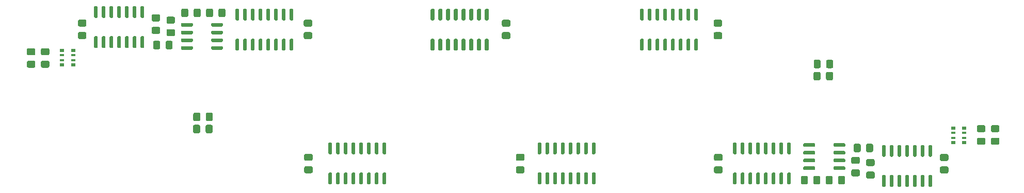
<source format=gbr>
G04 #@! TF.GenerationSoftware,KiCad,Pcbnew,5.1.6+dfsg1-1~bpo10+1*
G04 #@! TF.CreationDate,2020-08-19T09:24:56+03:00*
G04 #@! TF.ProjectId,CompactBeamspringP2,436f6d70-6163-4744-9265-616d73707269,0.0.3*
G04 #@! TF.SameCoordinates,PX67aa160PY86cd470*
G04 #@! TF.FileFunction,Paste,Bot*
G04 #@! TF.FilePolarity,Positive*
%FSLAX46Y46*%
G04 Gerber Fmt 4.6, Leading zero omitted, Abs format (unit mm)*
G04 Created by KiCad (PCBNEW 5.1.6+dfsg1-1~bpo10+1) date 2020-08-19 09:24:56*
%MOMM*%
%LPD*%
G01*
G04 APERTURE LIST*
%ADD10R,0.800000X0.500000*%
%ADD11R,0.800000X0.400000*%
G04 APERTURE END LIST*
G36*
G01*
X30675000Y10799999D02*
X30675000Y11700001D01*
G75*
G02*
X30924999Y11950000I249999J0D01*
G01*
X31575001Y11950000D01*
G75*
G02*
X31825000Y11700001I0J-249999D01*
G01*
X31825000Y10799999D01*
G75*
G02*
X31575001Y10550000I-249999J0D01*
G01*
X30924999Y10550000D01*
G75*
G02*
X30675000Y10799999I0J249999D01*
G01*
G37*
G36*
G01*
X28625000Y10799999D02*
X28625000Y11700001D01*
G75*
G02*
X28874999Y11950000I249999J0D01*
G01*
X29525001Y11950000D01*
G75*
G02*
X29775000Y11700001I0J-249999D01*
G01*
X29775000Y10799999D01*
G75*
G02*
X29525001Y10550000I-249999J0D01*
G01*
X28874999Y10550000D01*
G75*
G02*
X28625000Y10799999I0J249999D01*
G01*
G37*
G36*
G01*
X29800000Y13700001D02*
X29800000Y12799999D01*
G75*
G02*
X29550001Y12550000I-249999J0D01*
G01*
X28899999Y12550000D01*
G75*
G02*
X28650000Y12799999I0J249999D01*
G01*
X28650000Y13700001D01*
G75*
G02*
X28899999Y13950000I249999J0D01*
G01*
X29550001Y13950000D01*
G75*
G02*
X29800000Y13700001I0J-249999D01*
G01*
G37*
G36*
G01*
X31850000Y13700001D02*
X31850000Y12799999D01*
G75*
G02*
X31600001Y12550000I-249999J0D01*
G01*
X30949999Y12550000D01*
G75*
G02*
X30700000Y12799999I0J249999D01*
G01*
X30700000Y13700001D01*
G75*
G02*
X30949999Y13950000I249999J0D01*
G01*
X31600001Y13950000D01*
G75*
G02*
X31850000Y13700001I0J-249999D01*
G01*
G37*
G36*
G01*
X139282959Y4247480D02*
X140182961Y4247480D01*
G75*
G02*
X140432960Y3997481I0J-249999D01*
G01*
X140432960Y3347479D01*
G75*
G02*
X140182961Y3097480I-249999J0D01*
G01*
X139282959Y3097480D01*
G75*
G02*
X139032960Y3347479I0J249999D01*
G01*
X139032960Y3997481D01*
G75*
G02*
X139282959Y4247480I249999J0D01*
G01*
G37*
G36*
G01*
X139282959Y6297480D02*
X140182961Y6297480D01*
G75*
G02*
X140432960Y6047481I0J-249999D01*
G01*
X140432960Y5397479D01*
G75*
G02*
X140182961Y5147480I-249999J0D01*
G01*
X139282959Y5147480D01*
G75*
G02*
X139032960Y5397479I0J249999D01*
G01*
X139032960Y6047481D01*
G75*
G02*
X139282959Y6297480I249999J0D01*
G01*
G37*
G36*
G01*
X133527320Y3290741D02*
X133527320Y2390739D01*
G75*
G02*
X133277321Y2140740I-249999J0D01*
G01*
X132627319Y2140740D01*
G75*
G02*
X132377320Y2390739I0J249999D01*
G01*
X132377320Y3290741D01*
G75*
G02*
X132627319Y3540740I249999J0D01*
G01*
X133277321Y3540740D01*
G75*
G02*
X133527320Y3290741I0J-249999D01*
G01*
G37*
G36*
G01*
X135577320Y3290741D02*
X135577320Y2390739D01*
G75*
G02*
X135327321Y2140740I-249999J0D01*
G01*
X134677319Y2140740D01*
G75*
G02*
X134427320Y2390739I0J249999D01*
G01*
X134427320Y3290741D01*
G75*
G02*
X134677319Y3540740I249999J0D01*
G01*
X135327321Y3540740D01*
G75*
G02*
X135577320Y3290741I0J-249999D01*
G01*
G37*
G36*
G01*
X137742021Y5518320D02*
X136842019Y5518320D01*
G75*
G02*
X136592020Y5768319I0J249999D01*
G01*
X136592020Y6418321D01*
G75*
G02*
X136842019Y6668320I249999J0D01*
G01*
X137742021Y6668320D01*
G75*
G02*
X137992020Y6418321I0J-249999D01*
G01*
X137992020Y5768319D01*
G75*
G02*
X137742021Y5518320I-249999J0D01*
G01*
G37*
G36*
G01*
X137742021Y3468320D02*
X136842019Y3468320D01*
G75*
G02*
X136592020Y3718319I0J249999D01*
G01*
X136592020Y4368321D01*
G75*
G02*
X136842019Y4618320I249999J0D01*
G01*
X137742021Y4618320D01*
G75*
G02*
X137992020Y4368321I0J-249999D01*
G01*
X137992020Y3718319D01*
G75*
G02*
X137742021Y3468320I-249999J0D01*
G01*
G37*
G36*
G01*
X160652821Y10722780D02*
X159752819Y10722780D01*
G75*
G02*
X159502820Y10972779I0J249999D01*
G01*
X159502820Y11622781D01*
G75*
G02*
X159752819Y11872780I249999J0D01*
G01*
X160652821Y11872780D01*
G75*
G02*
X160902820Y11622781I0J-249999D01*
G01*
X160902820Y10972779D01*
G75*
G02*
X160652821Y10722780I-249999J0D01*
G01*
G37*
G36*
G01*
X160652821Y8672780D02*
X159752819Y8672780D01*
G75*
G02*
X159502820Y8922779I0J249999D01*
G01*
X159502820Y9572781D01*
G75*
G02*
X159752819Y9822780I249999J0D01*
G01*
X160652821Y9822780D01*
G75*
G02*
X160902820Y9572781I0J-249999D01*
G01*
X160902820Y8922779D01*
G75*
G02*
X160652821Y8672780I-249999J0D01*
G01*
G37*
G36*
G01*
X158346501Y10716540D02*
X157446499Y10716540D01*
G75*
G02*
X157196500Y10966539I0J249999D01*
G01*
X157196500Y11616541D01*
G75*
G02*
X157446499Y11866540I249999J0D01*
G01*
X158346501Y11866540D01*
G75*
G02*
X158596500Y11616541I0J-249999D01*
G01*
X158596500Y10966539D01*
G75*
G02*
X158346501Y10716540I-249999J0D01*
G01*
G37*
G36*
G01*
X158346501Y8666540D02*
X157446499Y8666540D01*
G75*
G02*
X157196500Y8916539I0J249999D01*
G01*
X157196500Y9566541D01*
G75*
G02*
X157446499Y9816540I249999J0D01*
G01*
X158346501Y9816540D01*
G75*
G02*
X158596500Y9566541I0J-249999D01*
G01*
X158596500Y8916539D01*
G75*
G02*
X158346501Y8666540I-249999J0D01*
G01*
G37*
G36*
G01*
X139032340Y7681559D02*
X139032340Y8581561D01*
G75*
G02*
X139282339Y8831560I249999J0D01*
G01*
X139932341Y8831560D01*
G75*
G02*
X140182340Y8581561I0J-249999D01*
G01*
X140182340Y7681559D01*
G75*
G02*
X139932341Y7431560I-249999J0D01*
G01*
X139282339Y7431560D01*
G75*
G02*
X139032340Y7681559I0J249999D01*
G01*
G37*
G36*
G01*
X136982340Y7681559D02*
X136982340Y8581561D01*
G75*
G02*
X137232339Y8831560I249999J0D01*
G01*
X137882341Y8831560D01*
G75*
G02*
X138132340Y8581561I0J-249999D01*
G01*
X138132340Y7681559D01*
G75*
G02*
X137882341Y7431560I-249999J0D01*
G01*
X137232339Y7431560D01*
G75*
G02*
X136982340Y7681559I0J249999D01*
G01*
G37*
G36*
G01*
X114332539Y5116160D02*
X115232541Y5116160D01*
G75*
G02*
X115482540Y4866161I0J-249999D01*
G01*
X115482540Y4216159D01*
G75*
G02*
X115232541Y3966160I-249999J0D01*
G01*
X114332539Y3966160D01*
G75*
G02*
X114082540Y4216159I0J249999D01*
G01*
X114082540Y4866161D01*
G75*
G02*
X114332539Y5116160I249999J0D01*
G01*
G37*
G36*
G01*
X114332539Y7166160D02*
X115232541Y7166160D01*
G75*
G02*
X115482540Y6916161I0J-249999D01*
G01*
X115482540Y6266159D01*
G75*
G02*
X115232541Y6016160I-249999J0D01*
G01*
X114332539Y6016160D01*
G75*
G02*
X114082540Y6266159I0J249999D01*
G01*
X114082540Y6916161D01*
G75*
G02*
X114332539Y7166160I249999J0D01*
G01*
G37*
G36*
G01*
X81831719Y5116160D02*
X82731721Y5116160D01*
G75*
G02*
X82981720Y4866161I0J-249999D01*
G01*
X82981720Y4216159D01*
G75*
G02*
X82731721Y3966160I-249999J0D01*
G01*
X81831719Y3966160D01*
G75*
G02*
X81581720Y4216159I0J249999D01*
G01*
X81581720Y4866161D01*
G75*
G02*
X81831719Y5116160I249999J0D01*
G01*
G37*
G36*
G01*
X81831719Y7166160D02*
X82731721Y7166160D01*
G75*
G02*
X82981720Y6916161I0J-249999D01*
G01*
X82981720Y6266159D01*
G75*
G02*
X82731721Y6016160I-249999J0D01*
G01*
X81831719Y6016160D01*
G75*
G02*
X81581720Y6266159I0J249999D01*
G01*
X81581720Y6916161D01*
G75*
G02*
X81831719Y7166160I249999J0D01*
G01*
G37*
G36*
G01*
X152273361Y5988220D02*
X151373359Y5988220D01*
G75*
G02*
X151123360Y6238219I0J249999D01*
G01*
X151123360Y6888221D01*
G75*
G02*
X151373359Y7138220I249999J0D01*
G01*
X152273361Y7138220D01*
G75*
G02*
X152523360Y6888221I0J-249999D01*
G01*
X152523360Y6238219D01*
G75*
G02*
X152273361Y5988220I-249999J0D01*
G01*
G37*
G36*
G01*
X152273361Y3938220D02*
X151373359Y3938220D01*
G75*
G02*
X151123360Y4188219I0J249999D01*
G01*
X151123360Y4838221D01*
G75*
G02*
X151373359Y5088220I249999J0D01*
G01*
X152273361Y5088220D01*
G75*
G02*
X152523360Y4838221I0J-249999D01*
G01*
X152523360Y4188219D01*
G75*
G02*
X152273361Y3938220I-249999J0D01*
G01*
G37*
G36*
G01*
X47092139Y5116160D02*
X47992141Y5116160D01*
G75*
G02*
X48242140Y4866161I0J-249999D01*
G01*
X48242140Y4216159D01*
G75*
G02*
X47992141Y3966160I-249999J0D01*
G01*
X47092139Y3966160D01*
G75*
G02*
X46842140Y4216159I0J249999D01*
G01*
X46842140Y4866161D01*
G75*
G02*
X47092139Y5116160I249999J0D01*
G01*
G37*
G36*
G01*
X47092139Y7166160D02*
X47992141Y7166160D01*
G75*
G02*
X48242140Y6916161I0J-249999D01*
G01*
X48242140Y6266159D01*
G75*
G02*
X47992141Y6016160I-249999J0D01*
G01*
X47092139Y6016160D01*
G75*
G02*
X46842140Y6266159I0J249999D01*
G01*
X46842140Y6916161D01*
G75*
G02*
X47092139Y7166160I249999J0D01*
G01*
G37*
G36*
G01*
X129460780Y3290741D02*
X129460780Y2390739D01*
G75*
G02*
X129210781Y2140740I-249999J0D01*
G01*
X128560779Y2140740D01*
G75*
G02*
X128310780Y2390739I0J249999D01*
G01*
X128310780Y3290741D01*
G75*
G02*
X128560779Y3540740I249999J0D01*
G01*
X129210781Y3540740D01*
G75*
G02*
X129460780Y3290741I0J-249999D01*
G01*
G37*
G36*
G01*
X131510780Y3290741D02*
X131510780Y2390739D01*
G75*
G02*
X131260781Y2140740I-249999J0D01*
G01*
X130610779Y2140740D01*
G75*
G02*
X130360780Y2390739I0J249999D01*
G01*
X130360780Y3290741D01*
G75*
G02*
X130610779Y3540740I249999J0D01*
G01*
X131260781Y3540740D01*
G75*
G02*
X131510780Y3290741I0J-249999D01*
G01*
G37*
G36*
G01*
X85310780Y9046640D02*
X85610780Y9046640D01*
G75*
G02*
X85760780Y8896640I0J-150000D01*
G01*
X85760780Y7246640D01*
G75*
G02*
X85610780Y7096640I-150000J0D01*
G01*
X85310780Y7096640D01*
G75*
G02*
X85160780Y7246640I0J150000D01*
G01*
X85160780Y8896640D01*
G75*
G02*
X85310780Y9046640I150000J0D01*
G01*
G37*
G36*
G01*
X86580780Y9046640D02*
X86880780Y9046640D01*
G75*
G02*
X87030780Y8896640I0J-150000D01*
G01*
X87030780Y7246640D01*
G75*
G02*
X86880780Y7096640I-150000J0D01*
G01*
X86580780Y7096640D01*
G75*
G02*
X86430780Y7246640I0J150000D01*
G01*
X86430780Y8896640D01*
G75*
G02*
X86580780Y9046640I150000J0D01*
G01*
G37*
G36*
G01*
X87850780Y9046640D02*
X88150780Y9046640D01*
G75*
G02*
X88300780Y8896640I0J-150000D01*
G01*
X88300780Y7246640D01*
G75*
G02*
X88150780Y7096640I-150000J0D01*
G01*
X87850780Y7096640D01*
G75*
G02*
X87700780Y7246640I0J150000D01*
G01*
X87700780Y8896640D01*
G75*
G02*
X87850780Y9046640I150000J0D01*
G01*
G37*
G36*
G01*
X89120780Y9046640D02*
X89420780Y9046640D01*
G75*
G02*
X89570780Y8896640I0J-150000D01*
G01*
X89570780Y7246640D01*
G75*
G02*
X89420780Y7096640I-150000J0D01*
G01*
X89120780Y7096640D01*
G75*
G02*
X88970780Y7246640I0J150000D01*
G01*
X88970780Y8896640D01*
G75*
G02*
X89120780Y9046640I150000J0D01*
G01*
G37*
G36*
G01*
X90390780Y9046640D02*
X90690780Y9046640D01*
G75*
G02*
X90840780Y8896640I0J-150000D01*
G01*
X90840780Y7246640D01*
G75*
G02*
X90690780Y7096640I-150000J0D01*
G01*
X90390780Y7096640D01*
G75*
G02*
X90240780Y7246640I0J150000D01*
G01*
X90240780Y8896640D01*
G75*
G02*
X90390780Y9046640I150000J0D01*
G01*
G37*
G36*
G01*
X91660780Y9046640D02*
X91960780Y9046640D01*
G75*
G02*
X92110780Y8896640I0J-150000D01*
G01*
X92110780Y7246640D01*
G75*
G02*
X91960780Y7096640I-150000J0D01*
G01*
X91660780Y7096640D01*
G75*
G02*
X91510780Y7246640I0J150000D01*
G01*
X91510780Y8896640D01*
G75*
G02*
X91660780Y9046640I150000J0D01*
G01*
G37*
G36*
G01*
X92930780Y9046640D02*
X93230780Y9046640D01*
G75*
G02*
X93380780Y8896640I0J-150000D01*
G01*
X93380780Y7246640D01*
G75*
G02*
X93230780Y7096640I-150000J0D01*
G01*
X92930780Y7096640D01*
G75*
G02*
X92780780Y7246640I0J150000D01*
G01*
X92780780Y8896640D01*
G75*
G02*
X92930780Y9046640I150000J0D01*
G01*
G37*
G36*
G01*
X94200780Y9046640D02*
X94500780Y9046640D01*
G75*
G02*
X94650780Y8896640I0J-150000D01*
G01*
X94650780Y7246640D01*
G75*
G02*
X94500780Y7096640I-150000J0D01*
G01*
X94200780Y7096640D01*
G75*
G02*
X94050780Y7246640I0J150000D01*
G01*
X94050780Y8896640D01*
G75*
G02*
X94200780Y9046640I150000J0D01*
G01*
G37*
G36*
G01*
X94200780Y4096640D02*
X94500780Y4096640D01*
G75*
G02*
X94650780Y3946640I0J-150000D01*
G01*
X94650780Y2296640D01*
G75*
G02*
X94500780Y2146640I-150000J0D01*
G01*
X94200780Y2146640D01*
G75*
G02*
X94050780Y2296640I0J150000D01*
G01*
X94050780Y3946640D01*
G75*
G02*
X94200780Y4096640I150000J0D01*
G01*
G37*
G36*
G01*
X92930780Y4096640D02*
X93230780Y4096640D01*
G75*
G02*
X93380780Y3946640I0J-150000D01*
G01*
X93380780Y2296640D01*
G75*
G02*
X93230780Y2146640I-150000J0D01*
G01*
X92930780Y2146640D01*
G75*
G02*
X92780780Y2296640I0J150000D01*
G01*
X92780780Y3946640D01*
G75*
G02*
X92930780Y4096640I150000J0D01*
G01*
G37*
G36*
G01*
X91660780Y4096640D02*
X91960780Y4096640D01*
G75*
G02*
X92110780Y3946640I0J-150000D01*
G01*
X92110780Y2296640D01*
G75*
G02*
X91960780Y2146640I-150000J0D01*
G01*
X91660780Y2146640D01*
G75*
G02*
X91510780Y2296640I0J150000D01*
G01*
X91510780Y3946640D01*
G75*
G02*
X91660780Y4096640I150000J0D01*
G01*
G37*
G36*
G01*
X90390780Y4096640D02*
X90690780Y4096640D01*
G75*
G02*
X90840780Y3946640I0J-150000D01*
G01*
X90840780Y2296640D01*
G75*
G02*
X90690780Y2146640I-150000J0D01*
G01*
X90390780Y2146640D01*
G75*
G02*
X90240780Y2296640I0J150000D01*
G01*
X90240780Y3946640D01*
G75*
G02*
X90390780Y4096640I150000J0D01*
G01*
G37*
G36*
G01*
X89120780Y4096640D02*
X89420780Y4096640D01*
G75*
G02*
X89570780Y3946640I0J-150000D01*
G01*
X89570780Y2296640D01*
G75*
G02*
X89420780Y2146640I-150000J0D01*
G01*
X89120780Y2146640D01*
G75*
G02*
X88970780Y2296640I0J150000D01*
G01*
X88970780Y3946640D01*
G75*
G02*
X89120780Y4096640I150000J0D01*
G01*
G37*
G36*
G01*
X87850780Y4096640D02*
X88150780Y4096640D01*
G75*
G02*
X88300780Y3946640I0J-150000D01*
G01*
X88300780Y2296640D01*
G75*
G02*
X88150780Y2146640I-150000J0D01*
G01*
X87850780Y2146640D01*
G75*
G02*
X87700780Y2296640I0J150000D01*
G01*
X87700780Y3946640D01*
G75*
G02*
X87850780Y4096640I150000J0D01*
G01*
G37*
G36*
G01*
X86580780Y4096640D02*
X86880780Y4096640D01*
G75*
G02*
X87030780Y3946640I0J-150000D01*
G01*
X87030780Y2296640D01*
G75*
G02*
X86880780Y2146640I-150000J0D01*
G01*
X86580780Y2146640D01*
G75*
G02*
X86430780Y2296640I0J150000D01*
G01*
X86430780Y3946640D01*
G75*
G02*
X86580780Y4096640I150000J0D01*
G01*
G37*
G36*
G01*
X85310780Y4096640D02*
X85610780Y4096640D01*
G75*
G02*
X85760780Y3946640I0J-150000D01*
G01*
X85760780Y2296640D01*
G75*
G02*
X85610780Y2146640I-150000J0D01*
G01*
X85310780Y2146640D01*
G75*
G02*
X85160780Y2296640I0J150000D01*
G01*
X85160780Y3946640D01*
G75*
G02*
X85310780Y4096640I150000J0D01*
G01*
G37*
D10*
X153305720Y9011820D03*
D11*
X153305720Y9811820D03*
D10*
X153305720Y11411820D03*
D11*
X153305720Y10611820D03*
D10*
X155105720Y9011820D03*
D11*
X155105720Y10611820D03*
X155105720Y9811820D03*
D10*
X155105720Y11411820D03*
G36*
G01*
X133671380Y4651620D02*
X133671380Y4951620D01*
G75*
G02*
X133821380Y5101620I150000J0D01*
G01*
X135471380Y5101620D01*
G75*
G02*
X135621380Y4951620I0J-150000D01*
G01*
X135621380Y4651620D01*
G75*
G02*
X135471380Y4501620I-150000J0D01*
G01*
X133821380Y4501620D01*
G75*
G02*
X133671380Y4651620I0J150000D01*
G01*
G37*
G36*
G01*
X133671380Y5921620D02*
X133671380Y6221620D01*
G75*
G02*
X133821380Y6371620I150000J0D01*
G01*
X135471380Y6371620D01*
G75*
G02*
X135621380Y6221620I0J-150000D01*
G01*
X135621380Y5921620D01*
G75*
G02*
X135471380Y5771620I-150000J0D01*
G01*
X133821380Y5771620D01*
G75*
G02*
X133671380Y5921620I0J150000D01*
G01*
G37*
G36*
G01*
X133671380Y7191620D02*
X133671380Y7491620D01*
G75*
G02*
X133821380Y7641620I150000J0D01*
G01*
X135471380Y7641620D01*
G75*
G02*
X135621380Y7491620I0J-150000D01*
G01*
X135621380Y7191620D01*
G75*
G02*
X135471380Y7041620I-150000J0D01*
G01*
X133821380Y7041620D01*
G75*
G02*
X133671380Y7191620I0J150000D01*
G01*
G37*
G36*
G01*
X133671380Y8461620D02*
X133671380Y8761620D01*
G75*
G02*
X133821380Y8911620I150000J0D01*
G01*
X135471380Y8911620D01*
G75*
G02*
X135621380Y8761620I0J-150000D01*
G01*
X135621380Y8461620D01*
G75*
G02*
X135471380Y8311620I-150000J0D01*
G01*
X133821380Y8311620D01*
G75*
G02*
X133671380Y8461620I0J150000D01*
G01*
G37*
G36*
G01*
X128721380Y8461620D02*
X128721380Y8761620D01*
G75*
G02*
X128871380Y8911620I150000J0D01*
G01*
X130521380Y8911620D01*
G75*
G02*
X130671380Y8761620I0J-150000D01*
G01*
X130671380Y8461620D01*
G75*
G02*
X130521380Y8311620I-150000J0D01*
G01*
X128871380Y8311620D01*
G75*
G02*
X128721380Y8461620I0J150000D01*
G01*
G37*
G36*
G01*
X128721380Y7191620D02*
X128721380Y7491620D01*
G75*
G02*
X128871380Y7641620I150000J0D01*
G01*
X130521380Y7641620D01*
G75*
G02*
X130671380Y7491620I0J-150000D01*
G01*
X130671380Y7191620D01*
G75*
G02*
X130521380Y7041620I-150000J0D01*
G01*
X128871380Y7041620D01*
G75*
G02*
X128721380Y7191620I0J150000D01*
G01*
G37*
G36*
G01*
X128721380Y5921620D02*
X128721380Y6221620D01*
G75*
G02*
X128871380Y6371620I150000J0D01*
G01*
X130521380Y6371620D01*
G75*
G02*
X130671380Y6221620I0J-150000D01*
G01*
X130671380Y5921620D01*
G75*
G02*
X130521380Y5771620I-150000J0D01*
G01*
X128871380Y5771620D01*
G75*
G02*
X128721380Y5921620I0J150000D01*
G01*
G37*
G36*
G01*
X128721380Y4651620D02*
X128721380Y4951620D01*
G75*
G02*
X128871380Y5101620I150000J0D01*
G01*
X130521380Y5101620D01*
G75*
G02*
X130671380Y4951620I0J-150000D01*
G01*
X130671380Y4651620D01*
G75*
G02*
X130521380Y4501620I-150000J0D01*
G01*
X128871380Y4501620D01*
G75*
G02*
X128721380Y4651620I0J150000D01*
G01*
G37*
G36*
G01*
X117342720Y4096640D02*
X117642720Y4096640D01*
G75*
G02*
X117792720Y3946640I0J-150000D01*
G01*
X117792720Y2296640D01*
G75*
G02*
X117642720Y2146640I-150000J0D01*
G01*
X117342720Y2146640D01*
G75*
G02*
X117192720Y2296640I0J150000D01*
G01*
X117192720Y3946640D01*
G75*
G02*
X117342720Y4096640I150000J0D01*
G01*
G37*
G36*
G01*
X118612720Y4096640D02*
X118912720Y4096640D01*
G75*
G02*
X119062720Y3946640I0J-150000D01*
G01*
X119062720Y2296640D01*
G75*
G02*
X118912720Y2146640I-150000J0D01*
G01*
X118612720Y2146640D01*
G75*
G02*
X118462720Y2296640I0J150000D01*
G01*
X118462720Y3946640D01*
G75*
G02*
X118612720Y4096640I150000J0D01*
G01*
G37*
G36*
G01*
X119882720Y4096640D02*
X120182720Y4096640D01*
G75*
G02*
X120332720Y3946640I0J-150000D01*
G01*
X120332720Y2296640D01*
G75*
G02*
X120182720Y2146640I-150000J0D01*
G01*
X119882720Y2146640D01*
G75*
G02*
X119732720Y2296640I0J150000D01*
G01*
X119732720Y3946640D01*
G75*
G02*
X119882720Y4096640I150000J0D01*
G01*
G37*
G36*
G01*
X121152720Y4096640D02*
X121452720Y4096640D01*
G75*
G02*
X121602720Y3946640I0J-150000D01*
G01*
X121602720Y2296640D01*
G75*
G02*
X121452720Y2146640I-150000J0D01*
G01*
X121152720Y2146640D01*
G75*
G02*
X121002720Y2296640I0J150000D01*
G01*
X121002720Y3946640D01*
G75*
G02*
X121152720Y4096640I150000J0D01*
G01*
G37*
G36*
G01*
X122422720Y4096640D02*
X122722720Y4096640D01*
G75*
G02*
X122872720Y3946640I0J-150000D01*
G01*
X122872720Y2296640D01*
G75*
G02*
X122722720Y2146640I-150000J0D01*
G01*
X122422720Y2146640D01*
G75*
G02*
X122272720Y2296640I0J150000D01*
G01*
X122272720Y3946640D01*
G75*
G02*
X122422720Y4096640I150000J0D01*
G01*
G37*
G36*
G01*
X123692720Y4096640D02*
X123992720Y4096640D01*
G75*
G02*
X124142720Y3946640I0J-150000D01*
G01*
X124142720Y2296640D01*
G75*
G02*
X123992720Y2146640I-150000J0D01*
G01*
X123692720Y2146640D01*
G75*
G02*
X123542720Y2296640I0J150000D01*
G01*
X123542720Y3946640D01*
G75*
G02*
X123692720Y4096640I150000J0D01*
G01*
G37*
G36*
G01*
X124962720Y4096640D02*
X125262720Y4096640D01*
G75*
G02*
X125412720Y3946640I0J-150000D01*
G01*
X125412720Y2296640D01*
G75*
G02*
X125262720Y2146640I-150000J0D01*
G01*
X124962720Y2146640D01*
G75*
G02*
X124812720Y2296640I0J150000D01*
G01*
X124812720Y3946640D01*
G75*
G02*
X124962720Y4096640I150000J0D01*
G01*
G37*
G36*
G01*
X126232720Y4096640D02*
X126532720Y4096640D01*
G75*
G02*
X126682720Y3946640I0J-150000D01*
G01*
X126682720Y2296640D01*
G75*
G02*
X126532720Y2146640I-150000J0D01*
G01*
X126232720Y2146640D01*
G75*
G02*
X126082720Y2296640I0J150000D01*
G01*
X126082720Y3946640D01*
G75*
G02*
X126232720Y4096640I150000J0D01*
G01*
G37*
G36*
G01*
X126232720Y9046640D02*
X126532720Y9046640D01*
G75*
G02*
X126682720Y8896640I0J-150000D01*
G01*
X126682720Y7246640D01*
G75*
G02*
X126532720Y7096640I-150000J0D01*
G01*
X126232720Y7096640D01*
G75*
G02*
X126082720Y7246640I0J150000D01*
G01*
X126082720Y8896640D01*
G75*
G02*
X126232720Y9046640I150000J0D01*
G01*
G37*
G36*
G01*
X124962720Y9046640D02*
X125262720Y9046640D01*
G75*
G02*
X125412720Y8896640I0J-150000D01*
G01*
X125412720Y7246640D01*
G75*
G02*
X125262720Y7096640I-150000J0D01*
G01*
X124962720Y7096640D01*
G75*
G02*
X124812720Y7246640I0J150000D01*
G01*
X124812720Y8896640D01*
G75*
G02*
X124962720Y9046640I150000J0D01*
G01*
G37*
G36*
G01*
X123692720Y9046640D02*
X123992720Y9046640D01*
G75*
G02*
X124142720Y8896640I0J-150000D01*
G01*
X124142720Y7246640D01*
G75*
G02*
X123992720Y7096640I-150000J0D01*
G01*
X123692720Y7096640D01*
G75*
G02*
X123542720Y7246640I0J150000D01*
G01*
X123542720Y8896640D01*
G75*
G02*
X123692720Y9046640I150000J0D01*
G01*
G37*
G36*
G01*
X122422720Y9046640D02*
X122722720Y9046640D01*
G75*
G02*
X122872720Y8896640I0J-150000D01*
G01*
X122872720Y7246640D01*
G75*
G02*
X122722720Y7096640I-150000J0D01*
G01*
X122422720Y7096640D01*
G75*
G02*
X122272720Y7246640I0J150000D01*
G01*
X122272720Y8896640D01*
G75*
G02*
X122422720Y9046640I150000J0D01*
G01*
G37*
G36*
G01*
X121152720Y9046640D02*
X121452720Y9046640D01*
G75*
G02*
X121602720Y8896640I0J-150000D01*
G01*
X121602720Y7246640D01*
G75*
G02*
X121452720Y7096640I-150000J0D01*
G01*
X121152720Y7096640D01*
G75*
G02*
X121002720Y7246640I0J150000D01*
G01*
X121002720Y8896640D01*
G75*
G02*
X121152720Y9046640I150000J0D01*
G01*
G37*
G36*
G01*
X119882720Y9046640D02*
X120182720Y9046640D01*
G75*
G02*
X120332720Y8896640I0J-150000D01*
G01*
X120332720Y7246640D01*
G75*
G02*
X120182720Y7096640I-150000J0D01*
G01*
X119882720Y7096640D01*
G75*
G02*
X119732720Y7246640I0J150000D01*
G01*
X119732720Y8896640D01*
G75*
G02*
X119882720Y9046640I150000J0D01*
G01*
G37*
G36*
G01*
X118612720Y9046640D02*
X118912720Y9046640D01*
G75*
G02*
X119062720Y8896640I0J-150000D01*
G01*
X119062720Y7246640D01*
G75*
G02*
X118912720Y7096640I-150000J0D01*
G01*
X118612720Y7096640D01*
G75*
G02*
X118462720Y7246640I0J150000D01*
G01*
X118462720Y8896640D01*
G75*
G02*
X118612720Y9046640I150000J0D01*
G01*
G37*
G36*
G01*
X117342720Y9046640D02*
X117642720Y9046640D01*
G75*
G02*
X117792720Y8896640I0J-150000D01*
G01*
X117792720Y7246640D01*
G75*
G02*
X117642720Y7096640I-150000J0D01*
G01*
X117342720Y7096640D01*
G75*
G02*
X117192720Y7246640I0J150000D01*
G01*
X117192720Y8896640D01*
G75*
G02*
X117342720Y9046640I150000J0D01*
G01*
G37*
G36*
G01*
X141792760Y8630080D02*
X142092760Y8630080D01*
G75*
G02*
X142242760Y8480080I0J-150000D01*
G01*
X142242760Y6830080D01*
G75*
G02*
X142092760Y6680080I-150000J0D01*
G01*
X141792760Y6680080D01*
G75*
G02*
X141642760Y6830080I0J150000D01*
G01*
X141642760Y8480080D01*
G75*
G02*
X141792760Y8630080I150000J0D01*
G01*
G37*
G36*
G01*
X143062760Y8630080D02*
X143362760Y8630080D01*
G75*
G02*
X143512760Y8480080I0J-150000D01*
G01*
X143512760Y6830080D01*
G75*
G02*
X143362760Y6680080I-150000J0D01*
G01*
X143062760Y6680080D01*
G75*
G02*
X142912760Y6830080I0J150000D01*
G01*
X142912760Y8480080D01*
G75*
G02*
X143062760Y8630080I150000J0D01*
G01*
G37*
G36*
G01*
X144332760Y8630080D02*
X144632760Y8630080D01*
G75*
G02*
X144782760Y8480080I0J-150000D01*
G01*
X144782760Y6830080D01*
G75*
G02*
X144632760Y6680080I-150000J0D01*
G01*
X144332760Y6680080D01*
G75*
G02*
X144182760Y6830080I0J150000D01*
G01*
X144182760Y8480080D01*
G75*
G02*
X144332760Y8630080I150000J0D01*
G01*
G37*
G36*
G01*
X145602760Y8630080D02*
X145902760Y8630080D01*
G75*
G02*
X146052760Y8480080I0J-150000D01*
G01*
X146052760Y6830080D01*
G75*
G02*
X145902760Y6680080I-150000J0D01*
G01*
X145602760Y6680080D01*
G75*
G02*
X145452760Y6830080I0J150000D01*
G01*
X145452760Y8480080D01*
G75*
G02*
X145602760Y8630080I150000J0D01*
G01*
G37*
G36*
G01*
X146872760Y8630080D02*
X147172760Y8630080D01*
G75*
G02*
X147322760Y8480080I0J-150000D01*
G01*
X147322760Y6830080D01*
G75*
G02*
X147172760Y6680080I-150000J0D01*
G01*
X146872760Y6680080D01*
G75*
G02*
X146722760Y6830080I0J150000D01*
G01*
X146722760Y8480080D01*
G75*
G02*
X146872760Y8630080I150000J0D01*
G01*
G37*
G36*
G01*
X148142760Y8630080D02*
X148442760Y8630080D01*
G75*
G02*
X148592760Y8480080I0J-150000D01*
G01*
X148592760Y6830080D01*
G75*
G02*
X148442760Y6680080I-150000J0D01*
G01*
X148142760Y6680080D01*
G75*
G02*
X147992760Y6830080I0J150000D01*
G01*
X147992760Y8480080D01*
G75*
G02*
X148142760Y8630080I150000J0D01*
G01*
G37*
G36*
G01*
X149412760Y8630080D02*
X149712760Y8630080D01*
G75*
G02*
X149862760Y8480080I0J-150000D01*
G01*
X149862760Y6830080D01*
G75*
G02*
X149712760Y6680080I-150000J0D01*
G01*
X149412760Y6680080D01*
G75*
G02*
X149262760Y6830080I0J150000D01*
G01*
X149262760Y8480080D01*
G75*
G02*
X149412760Y8630080I150000J0D01*
G01*
G37*
G36*
G01*
X149412760Y3680080D02*
X149712760Y3680080D01*
G75*
G02*
X149862760Y3530080I0J-150000D01*
G01*
X149862760Y1880080D01*
G75*
G02*
X149712760Y1730080I-150000J0D01*
G01*
X149412760Y1730080D01*
G75*
G02*
X149262760Y1880080I0J150000D01*
G01*
X149262760Y3530080D01*
G75*
G02*
X149412760Y3680080I150000J0D01*
G01*
G37*
G36*
G01*
X148142760Y3680080D02*
X148442760Y3680080D01*
G75*
G02*
X148592760Y3530080I0J-150000D01*
G01*
X148592760Y1880080D01*
G75*
G02*
X148442760Y1730080I-150000J0D01*
G01*
X148142760Y1730080D01*
G75*
G02*
X147992760Y1880080I0J150000D01*
G01*
X147992760Y3530080D01*
G75*
G02*
X148142760Y3680080I150000J0D01*
G01*
G37*
G36*
G01*
X146872760Y3680080D02*
X147172760Y3680080D01*
G75*
G02*
X147322760Y3530080I0J-150000D01*
G01*
X147322760Y1880080D01*
G75*
G02*
X147172760Y1730080I-150000J0D01*
G01*
X146872760Y1730080D01*
G75*
G02*
X146722760Y1880080I0J150000D01*
G01*
X146722760Y3530080D01*
G75*
G02*
X146872760Y3680080I150000J0D01*
G01*
G37*
G36*
G01*
X145602760Y3680080D02*
X145902760Y3680080D01*
G75*
G02*
X146052760Y3530080I0J-150000D01*
G01*
X146052760Y1880080D01*
G75*
G02*
X145902760Y1730080I-150000J0D01*
G01*
X145602760Y1730080D01*
G75*
G02*
X145452760Y1880080I0J150000D01*
G01*
X145452760Y3530080D01*
G75*
G02*
X145602760Y3680080I150000J0D01*
G01*
G37*
G36*
G01*
X144332760Y3680080D02*
X144632760Y3680080D01*
G75*
G02*
X144782760Y3530080I0J-150000D01*
G01*
X144782760Y1880080D01*
G75*
G02*
X144632760Y1730080I-150000J0D01*
G01*
X144332760Y1730080D01*
G75*
G02*
X144182760Y1880080I0J150000D01*
G01*
X144182760Y3530080D01*
G75*
G02*
X144332760Y3680080I150000J0D01*
G01*
G37*
G36*
G01*
X143062760Y3680080D02*
X143362760Y3680080D01*
G75*
G02*
X143512760Y3530080I0J-150000D01*
G01*
X143512760Y1880080D01*
G75*
G02*
X143362760Y1730080I-150000J0D01*
G01*
X143062760Y1730080D01*
G75*
G02*
X142912760Y1880080I0J150000D01*
G01*
X142912760Y3530080D01*
G75*
G02*
X143062760Y3680080I150000J0D01*
G01*
G37*
G36*
G01*
X141792760Y3680080D02*
X142092760Y3680080D01*
G75*
G02*
X142242760Y3530080I0J-150000D01*
G01*
X142242760Y1880080D01*
G75*
G02*
X142092760Y1730080I-150000J0D01*
G01*
X141792760Y1730080D01*
G75*
G02*
X141642760Y1880080I0J150000D01*
G01*
X141642760Y3530080D01*
G75*
G02*
X141792760Y3680080I150000J0D01*
G01*
G37*
G36*
G01*
X50964900Y4096640D02*
X51264900Y4096640D01*
G75*
G02*
X51414900Y3946640I0J-150000D01*
G01*
X51414900Y2296640D01*
G75*
G02*
X51264900Y2146640I-150000J0D01*
G01*
X50964900Y2146640D01*
G75*
G02*
X50814900Y2296640I0J150000D01*
G01*
X50814900Y3946640D01*
G75*
G02*
X50964900Y4096640I150000J0D01*
G01*
G37*
G36*
G01*
X52234900Y4096640D02*
X52534900Y4096640D01*
G75*
G02*
X52684900Y3946640I0J-150000D01*
G01*
X52684900Y2296640D01*
G75*
G02*
X52534900Y2146640I-150000J0D01*
G01*
X52234900Y2146640D01*
G75*
G02*
X52084900Y2296640I0J150000D01*
G01*
X52084900Y3946640D01*
G75*
G02*
X52234900Y4096640I150000J0D01*
G01*
G37*
G36*
G01*
X53504900Y4096640D02*
X53804900Y4096640D01*
G75*
G02*
X53954900Y3946640I0J-150000D01*
G01*
X53954900Y2296640D01*
G75*
G02*
X53804900Y2146640I-150000J0D01*
G01*
X53504900Y2146640D01*
G75*
G02*
X53354900Y2296640I0J150000D01*
G01*
X53354900Y3946640D01*
G75*
G02*
X53504900Y4096640I150000J0D01*
G01*
G37*
G36*
G01*
X54774900Y4096640D02*
X55074900Y4096640D01*
G75*
G02*
X55224900Y3946640I0J-150000D01*
G01*
X55224900Y2296640D01*
G75*
G02*
X55074900Y2146640I-150000J0D01*
G01*
X54774900Y2146640D01*
G75*
G02*
X54624900Y2296640I0J150000D01*
G01*
X54624900Y3946640D01*
G75*
G02*
X54774900Y4096640I150000J0D01*
G01*
G37*
G36*
G01*
X56044900Y4096640D02*
X56344900Y4096640D01*
G75*
G02*
X56494900Y3946640I0J-150000D01*
G01*
X56494900Y2296640D01*
G75*
G02*
X56344900Y2146640I-150000J0D01*
G01*
X56044900Y2146640D01*
G75*
G02*
X55894900Y2296640I0J150000D01*
G01*
X55894900Y3946640D01*
G75*
G02*
X56044900Y4096640I150000J0D01*
G01*
G37*
G36*
G01*
X57314900Y4096640D02*
X57614900Y4096640D01*
G75*
G02*
X57764900Y3946640I0J-150000D01*
G01*
X57764900Y2296640D01*
G75*
G02*
X57614900Y2146640I-150000J0D01*
G01*
X57314900Y2146640D01*
G75*
G02*
X57164900Y2296640I0J150000D01*
G01*
X57164900Y3946640D01*
G75*
G02*
X57314900Y4096640I150000J0D01*
G01*
G37*
G36*
G01*
X58584900Y4096640D02*
X58884900Y4096640D01*
G75*
G02*
X59034900Y3946640I0J-150000D01*
G01*
X59034900Y2296640D01*
G75*
G02*
X58884900Y2146640I-150000J0D01*
G01*
X58584900Y2146640D01*
G75*
G02*
X58434900Y2296640I0J150000D01*
G01*
X58434900Y3946640D01*
G75*
G02*
X58584900Y4096640I150000J0D01*
G01*
G37*
G36*
G01*
X59854900Y4096640D02*
X60154900Y4096640D01*
G75*
G02*
X60304900Y3946640I0J-150000D01*
G01*
X60304900Y2296640D01*
G75*
G02*
X60154900Y2146640I-150000J0D01*
G01*
X59854900Y2146640D01*
G75*
G02*
X59704900Y2296640I0J150000D01*
G01*
X59704900Y3946640D01*
G75*
G02*
X59854900Y4096640I150000J0D01*
G01*
G37*
G36*
G01*
X59854900Y9046640D02*
X60154900Y9046640D01*
G75*
G02*
X60304900Y8896640I0J-150000D01*
G01*
X60304900Y7246640D01*
G75*
G02*
X60154900Y7096640I-150000J0D01*
G01*
X59854900Y7096640D01*
G75*
G02*
X59704900Y7246640I0J150000D01*
G01*
X59704900Y8896640D01*
G75*
G02*
X59854900Y9046640I150000J0D01*
G01*
G37*
G36*
G01*
X58584900Y9046640D02*
X58884900Y9046640D01*
G75*
G02*
X59034900Y8896640I0J-150000D01*
G01*
X59034900Y7246640D01*
G75*
G02*
X58884900Y7096640I-150000J0D01*
G01*
X58584900Y7096640D01*
G75*
G02*
X58434900Y7246640I0J150000D01*
G01*
X58434900Y8896640D01*
G75*
G02*
X58584900Y9046640I150000J0D01*
G01*
G37*
G36*
G01*
X57314900Y9046640D02*
X57614900Y9046640D01*
G75*
G02*
X57764900Y8896640I0J-150000D01*
G01*
X57764900Y7246640D01*
G75*
G02*
X57614900Y7096640I-150000J0D01*
G01*
X57314900Y7096640D01*
G75*
G02*
X57164900Y7246640I0J150000D01*
G01*
X57164900Y8896640D01*
G75*
G02*
X57314900Y9046640I150000J0D01*
G01*
G37*
G36*
G01*
X56044900Y9046640D02*
X56344900Y9046640D01*
G75*
G02*
X56494900Y8896640I0J-150000D01*
G01*
X56494900Y7246640D01*
G75*
G02*
X56344900Y7096640I-150000J0D01*
G01*
X56044900Y7096640D01*
G75*
G02*
X55894900Y7246640I0J150000D01*
G01*
X55894900Y8896640D01*
G75*
G02*
X56044900Y9046640I150000J0D01*
G01*
G37*
G36*
G01*
X54774900Y9046640D02*
X55074900Y9046640D01*
G75*
G02*
X55224900Y8896640I0J-150000D01*
G01*
X55224900Y7246640D01*
G75*
G02*
X55074900Y7096640I-150000J0D01*
G01*
X54774900Y7096640D01*
G75*
G02*
X54624900Y7246640I0J150000D01*
G01*
X54624900Y8896640D01*
G75*
G02*
X54774900Y9046640I150000J0D01*
G01*
G37*
G36*
G01*
X53504900Y9046640D02*
X53804900Y9046640D01*
G75*
G02*
X53954900Y8896640I0J-150000D01*
G01*
X53954900Y7246640D01*
G75*
G02*
X53804900Y7096640I-150000J0D01*
G01*
X53504900Y7096640D01*
G75*
G02*
X53354900Y7246640I0J150000D01*
G01*
X53354900Y8896640D01*
G75*
G02*
X53504900Y9046640I150000J0D01*
G01*
G37*
G36*
G01*
X52234900Y9046640D02*
X52534900Y9046640D01*
G75*
G02*
X52684900Y8896640I0J-150000D01*
G01*
X52684900Y7246640D01*
G75*
G02*
X52534900Y7096640I-150000J0D01*
G01*
X52234900Y7096640D01*
G75*
G02*
X52084900Y7246640I0J150000D01*
G01*
X52084900Y8896640D01*
G75*
G02*
X52234900Y9046640I150000J0D01*
G01*
G37*
G36*
G01*
X50964900Y9046640D02*
X51264900Y9046640D01*
G75*
G02*
X51414900Y8896640I0J-150000D01*
G01*
X51414900Y7246640D01*
G75*
G02*
X51264900Y7096640I-150000J0D01*
G01*
X50964900Y7096640D01*
G75*
G02*
X50814900Y7246640I0J150000D01*
G01*
X50814900Y8896640D01*
G75*
G02*
X50964900Y9046640I150000J0D01*
G01*
G37*
G36*
G01*
X131575000Y22400001D02*
X131575000Y21499999D01*
G75*
G02*
X131325001Y21250000I-249999J0D01*
G01*
X130674999Y21250000D01*
G75*
G02*
X130425000Y21499999I0J249999D01*
G01*
X130425000Y22400001D01*
G75*
G02*
X130674999Y22650000I249999J0D01*
G01*
X131325001Y22650000D01*
G75*
G02*
X131575000Y22400001I0J-249999D01*
G01*
G37*
G36*
G01*
X133625000Y22400001D02*
X133625000Y21499999D01*
G75*
G02*
X133375001Y21250000I-249999J0D01*
G01*
X132724999Y21250000D01*
G75*
G02*
X132475000Y21499999I0J249999D01*
G01*
X132475000Y22400001D01*
G75*
G02*
X132724999Y22650000I249999J0D01*
G01*
X133375001Y22650000D01*
G75*
G02*
X133625000Y22400001I0J-249999D01*
G01*
G37*
G36*
G01*
X132450000Y19499999D02*
X132450000Y20400001D01*
G75*
G02*
X132699999Y20650000I249999J0D01*
G01*
X133350001Y20650000D01*
G75*
G02*
X133600000Y20400001I0J-249999D01*
G01*
X133600000Y19499999D01*
G75*
G02*
X133350001Y19250000I-249999J0D01*
G01*
X132699999Y19250000D01*
G75*
G02*
X132450000Y19499999I0J249999D01*
G01*
G37*
G36*
G01*
X130400000Y19499999D02*
X130400000Y20400001D01*
G75*
G02*
X130649999Y20650000I249999J0D01*
G01*
X131300001Y20650000D01*
G75*
G02*
X131550000Y20400001I0J-249999D01*
G01*
X131550000Y19499999D01*
G75*
G02*
X131300001Y19250000I-249999J0D01*
G01*
X130649999Y19250000D01*
G75*
G02*
X130400000Y19499999I0J249999D01*
G01*
G37*
G36*
G01*
X22967041Y28952520D02*
X22067039Y28952520D01*
G75*
G02*
X21817040Y29202519I0J249999D01*
G01*
X21817040Y29852521D01*
G75*
G02*
X22067039Y30102520I249999J0D01*
G01*
X22967041Y30102520D01*
G75*
G02*
X23217040Y29852521I0J-249999D01*
G01*
X23217040Y29202519D01*
G75*
G02*
X22967041Y28952520I-249999J0D01*
G01*
G37*
G36*
G01*
X22967041Y26902520D02*
X22067039Y26902520D01*
G75*
G02*
X21817040Y27152519I0J249999D01*
G01*
X21817040Y27802521D01*
G75*
G02*
X22067039Y28052520I249999J0D01*
G01*
X22967041Y28052520D01*
G75*
G02*
X23217040Y27802521I0J-249999D01*
G01*
X23217040Y27152519D01*
G75*
G02*
X22967041Y26902520I-249999J0D01*
G01*
G37*
G36*
G01*
X28722680Y29909259D02*
X28722680Y30809261D01*
G75*
G02*
X28972679Y31059260I249999J0D01*
G01*
X29622681Y31059260D01*
G75*
G02*
X29872680Y30809261I0J-249999D01*
G01*
X29872680Y29909259D01*
G75*
G02*
X29622681Y29659260I-249999J0D01*
G01*
X28972679Y29659260D01*
G75*
G02*
X28722680Y29909259I0J249999D01*
G01*
G37*
G36*
G01*
X26672680Y29909259D02*
X26672680Y30809261D01*
G75*
G02*
X26922679Y31059260I249999J0D01*
G01*
X27572681Y31059260D01*
G75*
G02*
X27822680Y30809261I0J-249999D01*
G01*
X27822680Y29909259D01*
G75*
G02*
X27572681Y29659260I-249999J0D01*
G01*
X26922679Y29659260D01*
G75*
G02*
X26672680Y29909259I0J249999D01*
G01*
G37*
G36*
G01*
X24507979Y27681680D02*
X25407981Y27681680D01*
G75*
G02*
X25657980Y27431681I0J-249999D01*
G01*
X25657980Y26781679D01*
G75*
G02*
X25407981Y26531680I-249999J0D01*
G01*
X24507979Y26531680D01*
G75*
G02*
X24257980Y26781679I0J249999D01*
G01*
X24257980Y27431681D01*
G75*
G02*
X24507979Y27681680I249999J0D01*
G01*
G37*
G36*
G01*
X24507979Y29731680D02*
X25407981Y29731680D01*
G75*
G02*
X25657980Y29481681I0J-249999D01*
G01*
X25657980Y28831679D01*
G75*
G02*
X25407981Y28581680I-249999J0D01*
G01*
X24507979Y28581680D01*
G75*
G02*
X24257980Y28831679I0J249999D01*
G01*
X24257980Y29481681D01*
G75*
G02*
X24507979Y29731680I249999J0D01*
G01*
G37*
G36*
G01*
X1597179Y22477220D02*
X2497181Y22477220D01*
G75*
G02*
X2747180Y22227221I0J-249999D01*
G01*
X2747180Y21577219D01*
G75*
G02*
X2497181Y21327220I-249999J0D01*
G01*
X1597179Y21327220D01*
G75*
G02*
X1347180Y21577219I0J249999D01*
G01*
X1347180Y22227221D01*
G75*
G02*
X1597179Y22477220I249999J0D01*
G01*
G37*
G36*
G01*
X1597179Y24527220D02*
X2497181Y24527220D01*
G75*
G02*
X2747180Y24277221I0J-249999D01*
G01*
X2747180Y23627219D01*
G75*
G02*
X2497181Y23377220I-249999J0D01*
G01*
X1597179Y23377220D01*
G75*
G02*
X1347180Y23627219I0J249999D01*
G01*
X1347180Y24277221D01*
G75*
G02*
X1597179Y24527220I249999J0D01*
G01*
G37*
G36*
G01*
X3903499Y22483460D02*
X4803501Y22483460D01*
G75*
G02*
X5053500Y22233461I0J-249999D01*
G01*
X5053500Y21583459D01*
G75*
G02*
X4803501Y21333460I-249999J0D01*
G01*
X3903499Y21333460D01*
G75*
G02*
X3653500Y21583459I0J249999D01*
G01*
X3653500Y22233461D01*
G75*
G02*
X3903499Y22483460I249999J0D01*
G01*
G37*
G36*
G01*
X3903499Y24533460D02*
X4803501Y24533460D01*
G75*
G02*
X5053500Y24283461I0J-249999D01*
G01*
X5053500Y23633459D01*
G75*
G02*
X4803501Y23383460I-249999J0D01*
G01*
X3903499Y23383460D01*
G75*
G02*
X3653500Y23633459I0J249999D01*
G01*
X3653500Y24283461D01*
G75*
G02*
X3903499Y24533460I249999J0D01*
G01*
G37*
G36*
G01*
X23217660Y25518441D02*
X23217660Y24618439D01*
G75*
G02*
X22967661Y24368440I-249999J0D01*
G01*
X22317659Y24368440D01*
G75*
G02*
X22067660Y24618439I0J249999D01*
G01*
X22067660Y25518441D01*
G75*
G02*
X22317659Y25768440I249999J0D01*
G01*
X22967661Y25768440D01*
G75*
G02*
X23217660Y25518441I0J-249999D01*
G01*
G37*
G36*
G01*
X25267660Y25518441D02*
X25267660Y24618439D01*
G75*
G02*
X25017661Y24368440I-249999J0D01*
G01*
X24367659Y24368440D01*
G75*
G02*
X24117660Y24618439I0J249999D01*
G01*
X24117660Y25518441D01*
G75*
G02*
X24367659Y25768440I249999J0D01*
G01*
X25017661Y25768440D01*
G75*
G02*
X25267660Y25518441I0J-249999D01*
G01*
G37*
G36*
G01*
X47917461Y28083840D02*
X47017459Y28083840D01*
G75*
G02*
X46767460Y28333839I0J249999D01*
G01*
X46767460Y28983841D01*
G75*
G02*
X47017459Y29233840I249999J0D01*
G01*
X47917461Y29233840D01*
G75*
G02*
X48167460Y28983841I0J-249999D01*
G01*
X48167460Y28333839D01*
G75*
G02*
X47917461Y28083840I-249999J0D01*
G01*
G37*
G36*
G01*
X47917461Y26033840D02*
X47017459Y26033840D01*
G75*
G02*
X46767460Y26283839I0J249999D01*
G01*
X46767460Y26933841D01*
G75*
G02*
X47017459Y27183840I249999J0D01*
G01*
X47917461Y27183840D01*
G75*
G02*
X48167460Y26933841I0J-249999D01*
G01*
X48167460Y26283839D01*
G75*
G02*
X47917461Y26033840I-249999J0D01*
G01*
G37*
G36*
G01*
X80418281Y28083840D02*
X79518279Y28083840D01*
G75*
G02*
X79268280Y28333839I0J249999D01*
G01*
X79268280Y28983841D01*
G75*
G02*
X79518279Y29233840I249999J0D01*
G01*
X80418281Y29233840D01*
G75*
G02*
X80668280Y28983841I0J-249999D01*
G01*
X80668280Y28333839D01*
G75*
G02*
X80418281Y28083840I-249999J0D01*
G01*
G37*
G36*
G01*
X80418281Y26033840D02*
X79518279Y26033840D01*
G75*
G02*
X79268280Y26283839I0J249999D01*
G01*
X79268280Y26933841D01*
G75*
G02*
X79518279Y27183840I249999J0D01*
G01*
X80418281Y27183840D01*
G75*
G02*
X80668280Y26933841I0J-249999D01*
G01*
X80668280Y26283839D01*
G75*
G02*
X80418281Y26033840I-249999J0D01*
G01*
G37*
G36*
G01*
X9976639Y27211780D02*
X10876641Y27211780D01*
G75*
G02*
X11126640Y26961781I0J-249999D01*
G01*
X11126640Y26311779D01*
G75*
G02*
X10876641Y26061780I-249999J0D01*
G01*
X9976639Y26061780D01*
G75*
G02*
X9726640Y26311779I0J249999D01*
G01*
X9726640Y26961781D01*
G75*
G02*
X9976639Y27211780I249999J0D01*
G01*
G37*
G36*
G01*
X9976639Y29261780D02*
X10876641Y29261780D01*
G75*
G02*
X11126640Y29011781I0J-249999D01*
G01*
X11126640Y28361779D01*
G75*
G02*
X10876641Y28111780I-249999J0D01*
G01*
X9976639Y28111780D01*
G75*
G02*
X9726640Y28361779I0J249999D01*
G01*
X9726640Y29011781D01*
G75*
G02*
X9976639Y29261780I249999J0D01*
G01*
G37*
G36*
G01*
X115157861Y28083840D02*
X114257859Y28083840D01*
G75*
G02*
X114007860Y28333839I0J249999D01*
G01*
X114007860Y28983841D01*
G75*
G02*
X114257859Y29233840I249999J0D01*
G01*
X115157861Y29233840D01*
G75*
G02*
X115407860Y28983841I0J-249999D01*
G01*
X115407860Y28333839D01*
G75*
G02*
X115157861Y28083840I-249999J0D01*
G01*
G37*
G36*
G01*
X115157861Y26033840D02*
X114257859Y26033840D01*
G75*
G02*
X114007860Y26283839I0J249999D01*
G01*
X114007860Y26933841D01*
G75*
G02*
X114257859Y27183840I249999J0D01*
G01*
X115157861Y27183840D01*
G75*
G02*
X115407860Y26933841I0J-249999D01*
G01*
X115407860Y26283839D01*
G75*
G02*
X115157861Y26033840I-249999J0D01*
G01*
G37*
G36*
G01*
X32789220Y29909259D02*
X32789220Y30809261D01*
G75*
G02*
X33039219Y31059260I249999J0D01*
G01*
X33689221Y31059260D01*
G75*
G02*
X33939220Y30809261I0J-249999D01*
G01*
X33939220Y29909259D01*
G75*
G02*
X33689221Y29659260I-249999J0D01*
G01*
X33039219Y29659260D01*
G75*
G02*
X32789220Y29909259I0J249999D01*
G01*
G37*
G36*
G01*
X30739220Y29909259D02*
X30739220Y30809261D01*
G75*
G02*
X30989219Y31059260I249999J0D01*
G01*
X31639221Y31059260D01*
G75*
G02*
X31889220Y30809261I0J-249999D01*
G01*
X31889220Y29909259D01*
G75*
G02*
X31639221Y29659260I-249999J0D01*
G01*
X30989219Y29659260D01*
G75*
G02*
X30739220Y29909259I0J249999D01*
G01*
G37*
G36*
G01*
X76939220Y24153360D02*
X76639220Y24153360D01*
G75*
G02*
X76489220Y24303360I0J150000D01*
G01*
X76489220Y25953360D01*
G75*
G02*
X76639220Y26103360I150000J0D01*
G01*
X76939220Y26103360D01*
G75*
G02*
X77089220Y25953360I0J-150000D01*
G01*
X77089220Y24303360D01*
G75*
G02*
X76939220Y24153360I-150000J0D01*
G01*
G37*
G36*
G01*
X75669220Y24153360D02*
X75369220Y24153360D01*
G75*
G02*
X75219220Y24303360I0J150000D01*
G01*
X75219220Y25953360D01*
G75*
G02*
X75369220Y26103360I150000J0D01*
G01*
X75669220Y26103360D01*
G75*
G02*
X75819220Y25953360I0J-150000D01*
G01*
X75819220Y24303360D01*
G75*
G02*
X75669220Y24153360I-150000J0D01*
G01*
G37*
G36*
G01*
X74399220Y24153360D02*
X74099220Y24153360D01*
G75*
G02*
X73949220Y24303360I0J150000D01*
G01*
X73949220Y25953360D01*
G75*
G02*
X74099220Y26103360I150000J0D01*
G01*
X74399220Y26103360D01*
G75*
G02*
X74549220Y25953360I0J-150000D01*
G01*
X74549220Y24303360D01*
G75*
G02*
X74399220Y24153360I-150000J0D01*
G01*
G37*
G36*
G01*
X73129220Y24153360D02*
X72829220Y24153360D01*
G75*
G02*
X72679220Y24303360I0J150000D01*
G01*
X72679220Y25953360D01*
G75*
G02*
X72829220Y26103360I150000J0D01*
G01*
X73129220Y26103360D01*
G75*
G02*
X73279220Y25953360I0J-150000D01*
G01*
X73279220Y24303360D01*
G75*
G02*
X73129220Y24153360I-150000J0D01*
G01*
G37*
G36*
G01*
X71859220Y24153360D02*
X71559220Y24153360D01*
G75*
G02*
X71409220Y24303360I0J150000D01*
G01*
X71409220Y25953360D01*
G75*
G02*
X71559220Y26103360I150000J0D01*
G01*
X71859220Y26103360D01*
G75*
G02*
X72009220Y25953360I0J-150000D01*
G01*
X72009220Y24303360D01*
G75*
G02*
X71859220Y24153360I-150000J0D01*
G01*
G37*
G36*
G01*
X70589220Y24153360D02*
X70289220Y24153360D01*
G75*
G02*
X70139220Y24303360I0J150000D01*
G01*
X70139220Y25953360D01*
G75*
G02*
X70289220Y26103360I150000J0D01*
G01*
X70589220Y26103360D01*
G75*
G02*
X70739220Y25953360I0J-150000D01*
G01*
X70739220Y24303360D01*
G75*
G02*
X70589220Y24153360I-150000J0D01*
G01*
G37*
G36*
G01*
X69319220Y24153360D02*
X69019220Y24153360D01*
G75*
G02*
X68869220Y24303360I0J150000D01*
G01*
X68869220Y25953360D01*
G75*
G02*
X69019220Y26103360I150000J0D01*
G01*
X69319220Y26103360D01*
G75*
G02*
X69469220Y25953360I0J-150000D01*
G01*
X69469220Y24303360D01*
G75*
G02*
X69319220Y24153360I-150000J0D01*
G01*
G37*
G36*
G01*
X68049220Y24153360D02*
X67749220Y24153360D01*
G75*
G02*
X67599220Y24303360I0J150000D01*
G01*
X67599220Y25953360D01*
G75*
G02*
X67749220Y26103360I150000J0D01*
G01*
X68049220Y26103360D01*
G75*
G02*
X68199220Y25953360I0J-150000D01*
G01*
X68199220Y24303360D01*
G75*
G02*
X68049220Y24153360I-150000J0D01*
G01*
G37*
G36*
G01*
X68049220Y29103360D02*
X67749220Y29103360D01*
G75*
G02*
X67599220Y29253360I0J150000D01*
G01*
X67599220Y30903360D01*
G75*
G02*
X67749220Y31053360I150000J0D01*
G01*
X68049220Y31053360D01*
G75*
G02*
X68199220Y30903360I0J-150000D01*
G01*
X68199220Y29253360D01*
G75*
G02*
X68049220Y29103360I-150000J0D01*
G01*
G37*
G36*
G01*
X69319220Y29103360D02*
X69019220Y29103360D01*
G75*
G02*
X68869220Y29253360I0J150000D01*
G01*
X68869220Y30903360D01*
G75*
G02*
X69019220Y31053360I150000J0D01*
G01*
X69319220Y31053360D01*
G75*
G02*
X69469220Y30903360I0J-150000D01*
G01*
X69469220Y29253360D01*
G75*
G02*
X69319220Y29103360I-150000J0D01*
G01*
G37*
G36*
G01*
X70589220Y29103360D02*
X70289220Y29103360D01*
G75*
G02*
X70139220Y29253360I0J150000D01*
G01*
X70139220Y30903360D01*
G75*
G02*
X70289220Y31053360I150000J0D01*
G01*
X70589220Y31053360D01*
G75*
G02*
X70739220Y30903360I0J-150000D01*
G01*
X70739220Y29253360D01*
G75*
G02*
X70589220Y29103360I-150000J0D01*
G01*
G37*
G36*
G01*
X71859220Y29103360D02*
X71559220Y29103360D01*
G75*
G02*
X71409220Y29253360I0J150000D01*
G01*
X71409220Y30903360D01*
G75*
G02*
X71559220Y31053360I150000J0D01*
G01*
X71859220Y31053360D01*
G75*
G02*
X72009220Y30903360I0J-150000D01*
G01*
X72009220Y29253360D01*
G75*
G02*
X71859220Y29103360I-150000J0D01*
G01*
G37*
G36*
G01*
X73129220Y29103360D02*
X72829220Y29103360D01*
G75*
G02*
X72679220Y29253360I0J150000D01*
G01*
X72679220Y30903360D01*
G75*
G02*
X72829220Y31053360I150000J0D01*
G01*
X73129220Y31053360D01*
G75*
G02*
X73279220Y30903360I0J-150000D01*
G01*
X73279220Y29253360D01*
G75*
G02*
X73129220Y29103360I-150000J0D01*
G01*
G37*
G36*
G01*
X74399220Y29103360D02*
X74099220Y29103360D01*
G75*
G02*
X73949220Y29253360I0J150000D01*
G01*
X73949220Y30903360D01*
G75*
G02*
X74099220Y31053360I150000J0D01*
G01*
X74399220Y31053360D01*
G75*
G02*
X74549220Y30903360I0J-150000D01*
G01*
X74549220Y29253360D01*
G75*
G02*
X74399220Y29103360I-150000J0D01*
G01*
G37*
G36*
G01*
X75669220Y29103360D02*
X75369220Y29103360D01*
G75*
G02*
X75219220Y29253360I0J150000D01*
G01*
X75219220Y30903360D01*
G75*
G02*
X75369220Y31053360I150000J0D01*
G01*
X75669220Y31053360D01*
G75*
G02*
X75819220Y30903360I0J-150000D01*
G01*
X75819220Y29253360D01*
G75*
G02*
X75669220Y29103360I-150000J0D01*
G01*
G37*
G36*
G01*
X76939220Y29103360D02*
X76639220Y29103360D01*
G75*
G02*
X76489220Y29253360I0J150000D01*
G01*
X76489220Y30903360D01*
G75*
G02*
X76639220Y31053360I150000J0D01*
G01*
X76939220Y31053360D01*
G75*
G02*
X77089220Y30903360I0J-150000D01*
G01*
X77089220Y29253360D01*
G75*
G02*
X76939220Y29103360I-150000J0D01*
G01*
G37*
X8944280Y24188180D03*
D11*
X8944280Y23388180D03*
D10*
X8944280Y21788180D03*
D11*
X8944280Y22588180D03*
D10*
X7144280Y24188180D03*
D11*
X7144280Y22588180D03*
X7144280Y23388180D03*
D10*
X7144280Y21788180D03*
G36*
G01*
X28578620Y28548380D02*
X28578620Y28248380D01*
G75*
G02*
X28428620Y28098380I-150000J0D01*
G01*
X26778620Y28098380D01*
G75*
G02*
X26628620Y28248380I0J150000D01*
G01*
X26628620Y28548380D01*
G75*
G02*
X26778620Y28698380I150000J0D01*
G01*
X28428620Y28698380D01*
G75*
G02*
X28578620Y28548380I0J-150000D01*
G01*
G37*
G36*
G01*
X28578620Y27278380D02*
X28578620Y26978380D01*
G75*
G02*
X28428620Y26828380I-150000J0D01*
G01*
X26778620Y26828380D01*
G75*
G02*
X26628620Y26978380I0J150000D01*
G01*
X26628620Y27278380D01*
G75*
G02*
X26778620Y27428380I150000J0D01*
G01*
X28428620Y27428380D01*
G75*
G02*
X28578620Y27278380I0J-150000D01*
G01*
G37*
G36*
G01*
X28578620Y26008380D02*
X28578620Y25708380D01*
G75*
G02*
X28428620Y25558380I-150000J0D01*
G01*
X26778620Y25558380D01*
G75*
G02*
X26628620Y25708380I0J150000D01*
G01*
X26628620Y26008380D01*
G75*
G02*
X26778620Y26158380I150000J0D01*
G01*
X28428620Y26158380D01*
G75*
G02*
X28578620Y26008380I0J-150000D01*
G01*
G37*
G36*
G01*
X28578620Y24738380D02*
X28578620Y24438380D01*
G75*
G02*
X28428620Y24288380I-150000J0D01*
G01*
X26778620Y24288380D01*
G75*
G02*
X26628620Y24438380I0J150000D01*
G01*
X26628620Y24738380D01*
G75*
G02*
X26778620Y24888380I150000J0D01*
G01*
X28428620Y24888380D01*
G75*
G02*
X28578620Y24738380I0J-150000D01*
G01*
G37*
G36*
G01*
X33528620Y24738380D02*
X33528620Y24438380D01*
G75*
G02*
X33378620Y24288380I-150000J0D01*
G01*
X31728620Y24288380D01*
G75*
G02*
X31578620Y24438380I0J150000D01*
G01*
X31578620Y24738380D01*
G75*
G02*
X31728620Y24888380I150000J0D01*
G01*
X33378620Y24888380D01*
G75*
G02*
X33528620Y24738380I0J-150000D01*
G01*
G37*
G36*
G01*
X33528620Y26008380D02*
X33528620Y25708380D01*
G75*
G02*
X33378620Y25558380I-150000J0D01*
G01*
X31728620Y25558380D01*
G75*
G02*
X31578620Y25708380I0J150000D01*
G01*
X31578620Y26008380D01*
G75*
G02*
X31728620Y26158380I150000J0D01*
G01*
X33378620Y26158380D01*
G75*
G02*
X33528620Y26008380I0J-150000D01*
G01*
G37*
G36*
G01*
X33528620Y27278380D02*
X33528620Y26978380D01*
G75*
G02*
X33378620Y26828380I-150000J0D01*
G01*
X31728620Y26828380D01*
G75*
G02*
X31578620Y26978380I0J150000D01*
G01*
X31578620Y27278380D01*
G75*
G02*
X31728620Y27428380I150000J0D01*
G01*
X33378620Y27428380D01*
G75*
G02*
X33528620Y27278380I0J-150000D01*
G01*
G37*
G36*
G01*
X33528620Y28548380D02*
X33528620Y28248380D01*
G75*
G02*
X33378620Y28098380I-150000J0D01*
G01*
X31728620Y28098380D01*
G75*
G02*
X31578620Y28248380I0J150000D01*
G01*
X31578620Y28548380D01*
G75*
G02*
X31728620Y28698380I150000J0D01*
G01*
X33378620Y28698380D01*
G75*
G02*
X33528620Y28548380I0J-150000D01*
G01*
G37*
G36*
G01*
X44907280Y29103360D02*
X44607280Y29103360D01*
G75*
G02*
X44457280Y29253360I0J150000D01*
G01*
X44457280Y30903360D01*
G75*
G02*
X44607280Y31053360I150000J0D01*
G01*
X44907280Y31053360D01*
G75*
G02*
X45057280Y30903360I0J-150000D01*
G01*
X45057280Y29253360D01*
G75*
G02*
X44907280Y29103360I-150000J0D01*
G01*
G37*
G36*
G01*
X43637280Y29103360D02*
X43337280Y29103360D01*
G75*
G02*
X43187280Y29253360I0J150000D01*
G01*
X43187280Y30903360D01*
G75*
G02*
X43337280Y31053360I150000J0D01*
G01*
X43637280Y31053360D01*
G75*
G02*
X43787280Y30903360I0J-150000D01*
G01*
X43787280Y29253360D01*
G75*
G02*
X43637280Y29103360I-150000J0D01*
G01*
G37*
G36*
G01*
X42367280Y29103360D02*
X42067280Y29103360D01*
G75*
G02*
X41917280Y29253360I0J150000D01*
G01*
X41917280Y30903360D01*
G75*
G02*
X42067280Y31053360I150000J0D01*
G01*
X42367280Y31053360D01*
G75*
G02*
X42517280Y30903360I0J-150000D01*
G01*
X42517280Y29253360D01*
G75*
G02*
X42367280Y29103360I-150000J0D01*
G01*
G37*
G36*
G01*
X41097280Y29103360D02*
X40797280Y29103360D01*
G75*
G02*
X40647280Y29253360I0J150000D01*
G01*
X40647280Y30903360D01*
G75*
G02*
X40797280Y31053360I150000J0D01*
G01*
X41097280Y31053360D01*
G75*
G02*
X41247280Y30903360I0J-150000D01*
G01*
X41247280Y29253360D01*
G75*
G02*
X41097280Y29103360I-150000J0D01*
G01*
G37*
G36*
G01*
X39827280Y29103360D02*
X39527280Y29103360D01*
G75*
G02*
X39377280Y29253360I0J150000D01*
G01*
X39377280Y30903360D01*
G75*
G02*
X39527280Y31053360I150000J0D01*
G01*
X39827280Y31053360D01*
G75*
G02*
X39977280Y30903360I0J-150000D01*
G01*
X39977280Y29253360D01*
G75*
G02*
X39827280Y29103360I-150000J0D01*
G01*
G37*
G36*
G01*
X38557280Y29103360D02*
X38257280Y29103360D01*
G75*
G02*
X38107280Y29253360I0J150000D01*
G01*
X38107280Y30903360D01*
G75*
G02*
X38257280Y31053360I150000J0D01*
G01*
X38557280Y31053360D01*
G75*
G02*
X38707280Y30903360I0J-150000D01*
G01*
X38707280Y29253360D01*
G75*
G02*
X38557280Y29103360I-150000J0D01*
G01*
G37*
G36*
G01*
X37287280Y29103360D02*
X36987280Y29103360D01*
G75*
G02*
X36837280Y29253360I0J150000D01*
G01*
X36837280Y30903360D01*
G75*
G02*
X36987280Y31053360I150000J0D01*
G01*
X37287280Y31053360D01*
G75*
G02*
X37437280Y30903360I0J-150000D01*
G01*
X37437280Y29253360D01*
G75*
G02*
X37287280Y29103360I-150000J0D01*
G01*
G37*
G36*
G01*
X36017280Y29103360D02*
X35717280Y29103360D01*
G75*
G02*
X35567280Y29253360I0J150000D01*
G01*
X35567280Y30903360D01*
G75*
G02*
X35717280Y31053360I150000J0D01*
G01*
X36017280Y31053360D01*
G75*
G02*
X36167280Y30903360I0J-150000D01*
G01*
X36167280Y29253360D01*
G75*
G02*
X36017280Y29103360I-150000J0D01*
G01*
G37*
G36*
G01*
X36017280Y24153360D02*
X35717280Y24153360D01*
G75*
G02*
X35567280Y24303360I0J150000D01*
G01*
X35567280Y25953360D01*
G75*
G02*
X35717280Y26103360I150000J0D01*
G01*
X36017280Y26103360D01*
G75*
G02*
X36167280Y25953360I0J-150000D01*
G01*
X36167280Y24303360D01*
G75*
G02*
X36017280Y24153360I-150000J0D01*
G01*
G37*
G36*
G01*
X37287280Y24153360D02*
X36987280Y24153360D01*
G75*
G02*
X36837280Y24303360I0J150000D01*
G01*
X36837280Y25953360D01*
G75*
G02*
X36987280Y26103360I150000J0D01*
G01*
X37287280Y26103360D01*
G75*
G02*
X37437280Y25953360I0J-150000D01*
G01*
X37437280Y24303360D01*
G75*
G02*
X37287280Y24153360I-150000J0D01*
G01*
G37*
G36*
G01*
X38557280Y24153360D02*
X38257280Y24153360D01*
G75*
G02*
X38107280Y24303360I0J150000D01*
G01*
X38107280Y25953360D01*
G75*
G02*
X38257280Y26103360I150000J0D01*
G01*
X38557280Y26103360D01*
G75*
G02*
X38707280Y25953360I0J-150000D01*
G01*
X38707280Y24303360D01*
G75*
G02*
X38557280Y24153360I-150000J0D01*
G01*
G37*
G36*
G01*
X39827280Y24153360D02*
X39527280Y24153360D01*
G75*
G02*
X39377280Y24303360I0J150000D01*
G01*
X39377280Y25953360D01*
G75*
G02*
X39527280Y26103360I150000J0D01*
G01*
X39827280Y26103360D01*
G75*
G02*
X39977280Y25953360I0J-150000D01*
G01*
X39977280Y24303360D01*
G75*
G02*
X39827280Y24153360I-150000J0D01*
G01*
G37*
G36*
G01*
X41097280Y24153360D02*
X40797280Y24153360D01*
G75*
G02*
X40647280Y24303360I0J150000D01*
G01*
X40647280Y25953360D01*
G75*
G02*
X40797280Y26103360I150000J0D01*
G01*
X41097280Y26103360D01*
G75*
G02*
X41247280Y25953360I0J-150000D01*
G01*
X41247280Y24303360D01*
G75*
G02*
X41097280Y24153360I-150000J0D01*
G01*
G37*
G36*
G01*
X42367280Y24153360D02*
X42067280Y24153360D01*
G75*
G02*
X41917280Y24303360I0J150000D01*
G01*
X41917280Y25953360D01*
G75*
G02*
X42067280Y26103360I150000J0D01*
G01*
X42367280Y26103360D01*
G75*
G02*
X42517280Y25953360I0J-150000D01*
G01*
X42517280Y24303360D01*
G75*
G02*
X42367280Y24153360I-150000J0D01*
G01*
G37*
G36*
G01*
X43637280Y24153360D02*
X43337280Y24153360D01*
G75*
G02*
X43187280Y24303360I0J150000D01*
G01*
X43187280Y25953360D01*
G75*
G02*
X43337280Y26103360I150000J0D01*
G01*
X43637280Y26103360D01*
G75*
G02*
X43787280Y25953360I0J-150000D01*
G01*
X43787280Y24303360D01*
G75*
G02*
X43637280Y24153360I-150000J0D01*
G01*
G37*
G36*
G01*
X44907280Y24153360D02*
X44607280Y24153360D01*
G75*
G02*
X44457280Y24303360I0J150000D01*
G01*
X44457280Y25953360D01*
G75*
G02*
X44607280Y26103360I150000J0D01*
G01*
X44907280Y26103360D01*
G75*
G02*
X45057280Y25953360I0J-150000D01*
G01*
X45057280Y24303360D01*
G75*
G02*
X44907280Y24153360I-150000J0D01*
G01*
G37*
G36*
G01*
X20457240Y24569920D02*
X20157240Y24569920D01*
G75*
G02*
X20007240Y24719920I0J150000D01*
G01*
X20007240Y26369920D01*
G75*
G02*
X20157240Y26519920I150000J0D01*
G01*
X20457240Y26519920D01*
G75*
G02*
X20607240Y26369920I0J-150000D01*
G01*
X20607240Y24719920D01*
G75*
G02*
X20457240Y24569920I-150000J0D01*
G01*
G37*
G36*
G01*
X19187240Y24569920D02*
X18887240Y24569920D01*
G75*
G02*
X18737240Y24719920I0J150000D01*
G01*
X18737240Y26369920D01*
G75*
G02*
X18887240Y26519920I150000J0D01*
G01*
X19187240Y26519920D01*
G75*
G02*
X19337240Y26369920I0J-150000D01*
G01*
X19337240Y24719920D01*
G75*
G02*
X19187240Y24569920I-150000J0D01*
G01*
G37*
G36*
G01*
X17917240Y24569920D02*
X17617240Y24569920D01*
G75*
G02*
X17467240Y24719920I0J150000D01*
G01*
X17467240Y26369920D01*
G75*
G02*
X17617240Y26519920I150000J0D01*
G01*
X17917240Y26519920D01*
G75*
G02*
X18067240Y26369920I0J-150000D01*
G01*
X18067240Y24719920D01*
G75*
G02*
X17917240Y24569920I-150000J0D01*
G01*
G37*
G36*
G01*
X16647240Y24569920D02*
X16347240Y24569920D01*
G75*
G02*
X16197240Y24719920I0J150000D01*
G01*
X16197240Y26369920D01*
G75*
G02*
X16347240Y26519920I150000J0D01*
G01*
X16647240Y26519920D01*
G75*
G02*
X16797240Y26369920I0J-150000D01*
G01*
X16797240Y24719920D01*
G75*
G02*
X16647240Y24569920I-150000J0D01*
G01*
G37*
G36*
G01*
X15377240Y24569920D02*
X15077240Y24569920D01*
G75*
G02*
X14927240Y24719920I0J150000D01*
G01*
X14927240Y26369920D01*
G75*
G02*
X15077240Y26519920I150000J0D01*
G01*
X15377240Y26519920D01*
G75*
G02*
X15527240Y26369920I0J-150000D01*
G01*
X15527240Y24719920D01*
G75*
G02*
X15377240Y24569920I-150000J0D01*
G01*
G37*
G36*
G01*
X14107240Y24569920D02*
X13807240Y24569920D01*
G75*
G02*
X13657240Y24719920I0J150000D01*
G01*
X13657240Y26369920D01*
G75*
G02*
X13807240Y26519920I150000J0D01*
G01*
X14107240Y26519920D01*
G75*
G02*
X14257240Y26369920I0J-150000D01*
G01*
X14257240Y24719920D01*
G75*
G02*
X14107240Y24569920I-150000J0D01*
G01*
G37*
G36*
G01*
X12837240Y24569920D02*
X12537240Y24569920D01*
G75*
G02*
X12387240Y24719920I0J150000D01*
G01*
X12387240Y26369920D01*
G75*
G02*
X12537240Y26519920I150000J0D01*
G01*
X12837240Y26519920D01*
G75*
G02*
X12987240Y26369920I0J-150000D01*
G01*
X12987240Y24719920D01*
G75*
G02*
X12837240Y24569920I-150000J0D01*
G01*
G37*
G36*
G01*
X12837240Y29519920D02*
X12537240Y29519920D01*
G75*
G02*
X12387240Y29669920I0J150000D01*
G01*
X12387240Y31319920D01*
G75*
G02*
X12537240Y31469920I150000J0D01*
G01*
X12837240Y31469920D01*
G75*
G02*
X12987240Y31319920I0J-150000D01*
G01*
X12987240Y29669920D01*
G75*
G02*
X12837240Y29519920I-150000J0D01*
G01*
G37*
G36*
G01*
X14107240Y29519920D02*
X13807240Y29519920D01*
G75*
G02*
X13657240Y29669920I0J150000D01*
G01*
X13657240Y31319920D01*
G75*
G02*
X13807240Y31469920I150000J0D01*
G01*
X14107240Y31469920D01*
G75*
G02*
X14257240Y31319920I0J-150000D01*
G01*
X14257240Y29669920D01*
G75*
G02*
X14107240Y29519920I-150000J0D01*
G01*
G37*
G36*
G01*
X15377240Y29519920D02*
X15077240Y29519920D01*
G75*
G02*
X14927240Y29669920I0J150000D01*
G01*
X14927240Y31319920D01*
G75*
G02*
X15077240Y31469920I150000J0D01*
G01*
X15377240Y31469920D01*
G75*
G02*
X15527240Y31319920I0J-150000D01*
G01*
X15527240Y29669920D01*
G75*
G02*
X15377240Y29519920I-150000J0D01*
G01*
G37*
G36*
G01*
X16647240Y29519920D02*
X16347240Y29519920D01*
G75*
G02*
X16197240Y29669920I0J150000D01*
G01*
X16197240Y31319920D01*
G75*
G02*
X16347240Y31469920I150000J0D01*
G01*
X16647240Y31469920D01*
G75*
G02*
X16797240Y31319920I0J-150000D01*
G01*
X16797240Y29669920D01*
G75*
G02*
X16647240Y29519920I-150000J0D01*
G01*
G37*
G36*
G01*
X17917240Y29519920D02*
X17617240Y29519920D01*
G75*
G02*
X17467240Y29669920I0J150000D01*
G01*
X17467240Y31319920D01*
G75*
G02*
X17617240Y31469920I150000J0D01*
G01*
X17917240Y31469920D01*
G75*
G02*
X18067240Y31319920I0J-150000D01*
G01*
X18067240Y29669920D01*
G75*
G02*
X17917240Y29519920I-150000J0D01*
G01*
G37*
G36*
G01*
X19187240Y29519920D02*
X18887240Y29519920D01*
G75*
G02*
X18737240Y29669920I0J150000D01*
G01*
X18737240Y31319920D01*
G75*
G02*
X18887240Y31469920I150000J0D01*
G01*
X19187240Y31469920D01*
G75*
G02*
X19337240Y31319920I0J-150000D01*
G01*
X19337240Y29669920D01*
G75*
G02*
X19187240Y29519920I-150000J0D01*
G01*
G37*
G36*
G01*
X20457240Y29519920D02*
X20157240Y29519920D01*
G75*
G02*
X20007240Y29669920I0J150000D01*
G01*
X20007240Y31319920D01*
G75*
G02*
X20157240Y31469920I150000J0D01*
G01*
X20457240Y31469920D01*
G75*
G02*
X20607240Y31319920I0J-150000D01*
G01*
X20607240Y29669920D01*
G75*
G02*
X20457240Y29519920I-150000J0D01*
G01*
G37*
G36*
G01*
X111285100Y29103360D02*
X110985100Y29103360D01*
G75*
G02*
X110835100Y29253360I0J150000D01*
G01*
X110835100Y30903360D01*
G75*
G02*
X110985100Y31053360I150000J0D01*
G01*
X111285100Y31053360D01*
G75*
G02*
X111435100Y30903360I0J-150000D01*
G01*
X111435100Y29253360D01*
G75*
G02*
X111285100Y29103360I-150000J0D01*
G01*
G37*
G36*
G01*
X110015100Y29103360D02*
X109715100Y29103360D01*
G75*
G02*
X109565100Y29253360I0J150000D01*
G01*
X109565100Y30903360D01*
G75*
G02*
X109715100Y31053360I150000J0D01*
G01*
X110015100Y31053360D01*
G75*
G02*
X110165100Y30903360I0J-150000D01*
G01*
X110165100Y29253360D01*
G75*
G02*
X110015100Y29103360I-150000J0D01*
G01*
G37*
G36*
G01*
X108745100Y29103360D02*
X108445100Y29103360D01*
G75*
G02*
X108295100Y29253360I0J150000D01*
G01*
X108295100Y30903360D01*
G75*
G02*
X108445100Y31053360I150000J0D01*
G01*
X108745100Y31053360D01*
G75*
G02*
X108895100Y30903360I0J-150000D01*
G01*
X108895100Y29253360D01*
G75*
G02*
X108745100Y29103360I-150000J0D01*
G01*
G37*
G36*
G01*
X107475100Y29103360D02*
X107175100Y29103360D01*
G75*
G02*
X107025100Y29253360I0J150000D01*
G01*
X107025100Y30903360D01*
G75*
G02*
X107175100Y31053360I150000J0D01*
G01*
X107475100Y31053360D01*
G75*
G02*
X107625100Y30903360I0J-150000D01*
G01*
X107625100Y29253360D01*
G75*
G02*
X107475100Y29103360I-150000J0D01*
G01*
G37*
G36*
G01*
X106205100Y29103360D02*
X105905100Y29103360D01*
G75*
G02*
X105755100Y29253360I0J150000D01*
G01*
X105755100Y30903360D01*
G75*
G02*
X105905100Y31053360I150000J0D01*
G01*
X106205100Y31053360D01*
G75*
G02*
X106355100Y30903360I0J-150000D01*
G01*
X106355100Y29253360D01*
G75*
G02*
X106205100Y29103360I-150000J0D01*
G01*
G37*
G36*
G01*
X104935100Y29103360D02*
X104635100Y29103360D01*
G75*
G02*
X104485100Y29253360I0J150000D01*
G01*
X104485100Y30903360D01*
G75*
G02*
X104635100Y31053360I150000J0D01*
G01*
X104935100Y31053360D01*
G75*
G02*
X105085100Y30903360I0J-150000D01*
G01*
X105085100Y29253360D01*
G75*
G02*
X104935100Y29103360I-150000J0D01*
G01*
G37*
G36*
G01*
X103665100Y29103360D02*
X103365100Y29103360D01*
G75*
G02*
X103215100Y29253360I0J150000D01*
G01*
X103215100Y30903360D01*
G75*
G02*
X103365100Y31053360I150000J0D01*
G01*
X103665100Y31053360D01*
G75*
G02*
X103815100Y30903360I0J-150000D01*
G01*
X103815100Y29253360D01*
G75*
G02*
X103665100Y29103360I-150000J0D01*
G01*
G37*
G36*
G01*
X102395100Y29103360D02*
X102095100Y29103360D01*
G75*
G02*
X101945100Y29253360I0J150000D01*
G01*
X101945100Y30903360D01*
G75*
G02*
X102095100Y31053360I150000J0D01*
G01*
X102395100Y31053360D01*
G75*
G02*
X102545100Y30903360I0J-150000D01*
G01*
X102545100Y29253360D01*
G75*
G02*
X102395100Y29103360I-150000J0D01*
G01*
G37*
G36*
G01*
X102395100Y24153360D02*
X102095100Y24153360D01*
G75*
G02*
X101945100Y24303360I0J150000D01*
G01*
X101945100Y25953360D01*
G75*
G02*
X102095100Y26103360I150000J0D01*
G01*
X102395100Y26103360D01*
G75*
G02*
X102545100Y25953360I0J-150000D01*
G01*
X102545100Y24303360D01*
G75*
G02*
X102395100Y24153360I-150000J0D01*
G01*
G37*
G36*
G01*
X103665100Y24153360D02*
X103365100Y24153360D01*
G75*
G02*
X103215100Y24303360I0J150000D01*
G01*
X103215100Y25953360D01*
G75*
G02*
X103365100Y26103360I150000J0D01*
G01*
X103665100Y26103360D01*
G75*
G02*
X103815100Y25953360I0J-150000D01*
G01*
X103815100Y24303360D01*
G75*
G02*
X103665100Y24153360I-150000J0D01*
G01*
G37*
G36*
G01*
X104935100Y24153360D02*
X104635100Y24153360D01*
G75*
G02*
X104485100Y24303360I0J150000D01*
G01*
X104485100Y25953360D01*
G75*
G02*
X104635100Y26103360I150000J0D01*
G01*
X104935100Y26103360D01*
G75*
G02*
X105085100Y25953360I0J-150000D01*
G01*
X105085100Y24303360D01*
G75*
G02*
X104935100Y24153360I-150000J0D01*
G01*
G37*
G36*
G01*
X106205100Y24153360D02*
X105905100Y24153360D01*
G75*
G02*
X105755100Y24303360I0J150000D01*
G01*
X105755100Y25953360D01*
G75*
G02*
X105905100Y26103360I150000J0D01*
G01*
X106205100Y26103360D01*
G75*
G02*
X106355100Y25953360I0J-150000D01*
G01*
X106355100Y24303360D01*
G75*
G02*
X106205100Y24153360I-150000J0D01*
G01*
G37*
G36*
G01*
X107475100Y24153360D02*
X107175100Y24153360D01*
G75*
G02*
X107025100Y24303360I0J150000D01*
G01*
X107025100Y25953360D01*
G75*
G02*
X107175100Y26103360I150000J0D01*
G01*
X107475100Y26103360D01*
G75*
G02*
X107625100Y25953360I0J-150000D01*
G01*
X107625100Y24303360D01*
G75*
G02*
X107475100Y24153360I-150000J0D01*
G01*
G37*
G36*
G01*
X108745100Y24153360D02*
X108445100Y24153360D01*
G75*
G02*
X108295100Y24303360I0J150000D01*
G01*
X108295100Y25953360D01*
G75*
G02*
X108445100Y26103360I150000J0D01*
G01*
X108745100Y26103360D01*
G75*
G02*
X108895100Y25953360I0J-150000D01*
G01*
X108895100Y24303360D01*
G75*
G02*
X108745100Y24153360I-150000J0D01*
G01*
G37*
G36*
G01*
X110015100Y24153360D02*
X109715100Y24153360D01*
G75*
G02*
X109565100Y24303360I0J150000D01*
G01*
X109565100Y25953360D01*
G75*
G02*
X109715100Y26103360I150000J0D01*
G01*
X110015100Y26103360D01*
G75*
G02*
X110165100Y25953360I0J-150000D01*
G01*
X110165100Y24303360D01*
G75*
G02*
X110015100Y24153360I-150000J0D01*
G01*
G37*
G36*
G01*
X111285100Y24153360D02*
X110985100Y24153360D01*
G75*
G02*
X110835100Y24303360I0J150000D01*
G01*
X110835100Y25953360D01*
G75*
G02*
X110985100Y26103360I150000J0D01*
G01*
X111285100Y26103360D01*
G75*
G02*
X111435100Y25953360I0J-150000D01*
G01*
X111435100Y24303360D01*
G75*
G02*
X111285100Y24153360I-150000J0D01*
G01*
G37*
M02*

</source>
